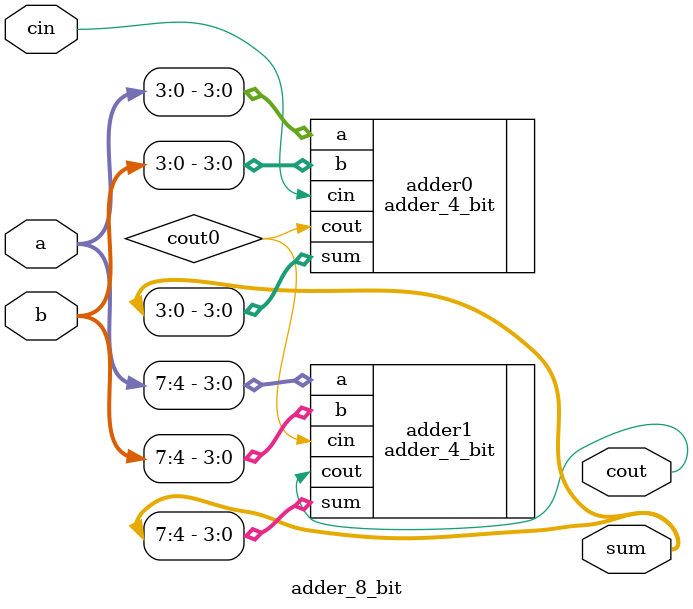
<source format=v>
module adder_8_bit(
    input [7:0] a,
    input [7:0] b,
    input cin,
    output [7:0] sum,
    output cout
);
    wire cout0;

    adder_4_bit adder0 (
        .a(a[3:0]),
        .b(b[3:0]),
        .cin(cin),
        .sum(sum[3:0]),
        .cout(cout0)
    );

    adder_4_bit adder1 (
        .a(a[7:4]),
        .b(b[7:4]),
        .cin(cout0),
        .sum(sum[7:4]),
        .cout(cout)
    );

endmodule
</source>
